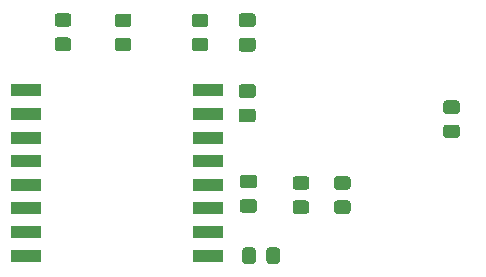
<source format=gbr>
%TF.GenerationSoftware,KiCad,Pcbnew,(5.1.8)-1*%
%TF.CreationDate,2020-11-22T08:19:10+01:00*%
%TF.ProjectId,leaky,6c65616b-792e-46b6-9963-61645f706362,rev?*%
%TF.SameCoordinates,Original*%
%TF.FileFunction,Paste,Top*%
%TF.FilePolarity,Positive*%
%FSLAX46Y46*%
G04 Gerber Fmt 4.6, Leading zero omitted, Abs format (unit mm)*
G04 Created by KiCad (PCBNEW (5.1.8)-1) date 2020-11-22 08:19:10*
%MOMM*%
%LPD*%
G01*
G04 APERTURE LIST*
%ADD10R,2.500000X1.100000*%
G04 APERTURE END LIST*
D10*
%TO.C,U2*%
X33000000Y-117900000D03*
X33000000Y-115900000D03*
X33000000Y-113900000D03*
X33000000Y-111900000D03*
X33000000Y-109900000D03*
X33000000Y-107900000D03*
X33000000Y-105900000D03*
X33000000Y-103900000D03*
X48400000Y-103900000D03*
X48400000Y-105900000D03*
X48400000Y-107900000D03*
X48400000Y-109900000D03*
X48400000Y-111900000D03*
X48400000Y-113900000D03*
X48400000Y-115900000D03*
X48400000Y-117900000D03*
%TD*%
%TO.C,C2*%
G36*
G01*
X52175000Y-98550000D02*
X51225000Y-98550000D01*
G75*
G02*
X50975000Y-98300000I0J250000D01*
G01*
X50975000Y-97625000D01*
G75*
G02*
X51225000Y-97375000I250000J0D01*
G01*
X52175000Y-97375000D01*
G75*
G02*
X52425000Y-97625000I0J-250000D01*
G01*
X52425000Y-98300000D01*
G75*
G02*
X52175000Y-98550000I-250000J0D01*
G01*
G37*
G36*
G01*
X52175000Y-100625000D02*
X51225000Y-100625000D01*
G75*
G02*
X50975000Y-100375000I0J250000D01*
G01*
X50975000Y-99700000D01*
G75*
G02*
X51225000Y-99450000I250000J0D01*
G01*
X52175000Y-99450000D01*
G75*
G02*
X52425000Y-99700000I0J-250000D01*
G01*
X52425000Y-100375000D01*
G75*
G02*
X52175000Y-100625000I-250000J0D01*
G01*
G37*
%TD*%
%TO.C,C3*%
G36*
G01*
X52275000Y-112212500D02*
X51325000Y-112212500D01*
G75*
G02*
X51075000Y-111962500I0J250000D01*
G01*
X51075000Y-111287500D01*
G75*
G02*
X51325000Y-111037500I250000J0D01*
G01*
X52275000Y-111037500D01*
G75*
G02*
X52525000Y-111287500I0J-250000D01*
G01*
X52525000Y-111962500D01*
G75*
G02*
X52275000Y-112212500I-250000J0D01*
G01*
G37*
G36*
G01*
X52275000Y-114287500D02*
X51325000Y-114287500D01*
G75*
G02*
X51075000Y-114037500I0J250000D01*
G01*
X51075000Y-113362500D01*
G75*
G02*
X51325000Y-113112500I250000J0D01*
G01*
X52275000Y-113112500D01*
G75*
G02*
X52525000Y-113362500I0J-250000D01*
G01*
X52525000Y-114037500D01*
G75*
G02*
X52275000Y-114287500I-250000J0D01*
G01*
G37*
%TD*%
%TO.C,C4*%
G36*
G01*
X51225000Y-103375000D02*
X52175000Y-103375000D01*
G75*
G02*
X52425000Y-103625000I0J-250000D01*
G01*
X52425000Y-104300000D01*
G75*
G02*
X52175000Y-104550000I-250000J0D01*
G01*
X51225000Y-104550000D01*
G75*
G02*
X50975000Y-104300000I0J250000D01*
G01*
X50975000Y-103625000D01*
G75*
G02*
X51225000Y-103375000I250000J0D01*
G01*
G37*
G36*
G01*
X51225000Y-105450000D02*
X52175000Y-105450000D01*
G75*
G02*
X52425000Y-105700000I0J-250000D01*
G01*
X52425000Y-106375000D01*
G75*
G02*
X52175000Y-106625000I-250000J0D01*
G01*
X51225000Y-106625000D01*
G75*
G02*
X50975000Y-106375000I0J250000D01*
G01*
X50975000Y-105700000D01*
G75*
G02*
X51225000Y-105450000I250000J0D01*
G01*
G37*
%TD*%
%TO.C,R1*%
G36*
G01*
X68549999Y-104750000D02*
X69450001Y-104750000D01*
G75*
G02*
X69700000Y-104999999I0J-249999D01*
G01*
X69700000Y-105650001D01*
G75*
G02*
X69450001Y-105900000I-249999J0D01*
G01*
X68549999Y-105900000D01*
G75*
G02*
X68300000Y-105650001I0J249999D01*
G01*
X68300000Y-104999999D01*
G75*
G02*
X68549999Y-104750000I249999J0D01*
G01*
G37*
G36*
G01*
X68549999Y-106800000D02*
X69450001Y-106800000D01*
G75*
G02*
X69700000Y-107049999I0J-249999D01*
G01*
X69700000Y-107700001D01*
G75*
G02*
X69450001Y-107950000I-249999J0D01*
G01*
X68549999Y-107950000D01*
G75*
G02*
X68300000Y-107700001I0J249999D01*
G01*
X68300000Y-107049999D01*
G75*
G02*
X68549999Y-106800000I249999J0D01*
G01*
G37*
%TD*%
%TO.C,R2*%
G36*
G01*
X59299999Y-111175000D02*
X60200001Y-111175000D01*
G75*
G02*
X60450000Y-111424999I0J-249999D01*
G01*
X60450000Y-112075001D01*
G75*
G02*
X60200001Y-112325000I-249999J0D01*
G01*
X59299999Y-112325000D01*
G75*
G02*
X59050000Y-112075001I0J249999D01*
G01*
X59050000Y-111424999D01*
G75*
G02*
X59299999Y-111175000I249999J0D01*
G01*
G37*
G36*
G01*
X59299999Y-113225000D02*
X60200001Y-113225000D01*
G75*
G02*
X60450000Y-113474999I0J-249999D01*
G01*
X60450000Y-114125001D01*
G75*
G02*
X60200001Y-114375000I-249999J0D01*
G01*
X59299999Y-114375000D01*
G75*
G02*
X59050000Y-114125001I0J249999D01*
G01*
X59050000Y-113474999D01*
G75*
G02*
X59299999Y-113225000I249999J0D01*
G01*
G37*
%TD*%
%TO.C,R3*%
G36*
G01*
X56700001Y-112325000D02*
X55799999Y-112325000D01*
G75*
G02*
X55550000Y-112075001I0J249999D01*
G01*
X55550000Y-111424999D01*
G75*
G02*
X55799999Y-111175000I249999J0D01*
G01*
X56700001Y-111175000D01*
G75*
G02*
X56950000Y-111424999I0J-249999D01*
G01*
X56950000Y-112075001D01*
G75*
G02*
X56700001Y-112325000I-249999J0D01*
G01*
G37*
G36*
G01*
X56700001Y-114375000D02*
X55799999Y-114375000D01*
G75*
G02*
X55550000Y-114125001I0J249999D01*
G01*
X55550000Y-113474999D01*
G75*
G02*
X55799999Y-113225000I249999J0D01*
G01*
X56700001Y-113225000D01*
G75*
G02*
X56950000Y-113474999I0J-249999D01*
G01*
X56950000Y-114125001D01*
G75*
G02*
X56700001Y-114375000I-249999J0D01*
G01*
G37*
%TD*%
%TO.C,R4*%
G36*
G01*
X53325000Y-118350001D02*
X53325000Y-117449999D01*
G75*
G02*
X53574999Y-117200000I249999J0D01*
G01*
X54225001Y-117200000D01*
G75*
G02*
X54475000Y-117449999I0J-249999D01*
G01*
X54475000Y-118350001D01*
G75*
G02*
X54225001Y-118600000I-249999J0D01*
G01*
X53574999Y-118600000D01*
G75*
G02*
X53325000Y-118350001I0J249999D01*
G01*
G37*
G36*
G01*
X51275000Y-118350001D02*
X51275000Y-117449999D01*
G75*
G02*
X51524999Y-117200000I249999J0D01*
G01*
X52175001Y-117200000D01*
G75*
G02*
X52425000Y-117449999I0J-249999D01*
G01*
X52425000Y-118350001D01*
G75*
G02*
X52175001Y-118600000I-249999J0D01*
G01*
X51524999Y-118600000D01*
G75*
G02*
X51275000Y-118350001I0J249999D01*
G01*
G37*
%TD*%
%TO.C,R5*%
G36*
G01*
X41650001Y-98550000D02*
X40749999Y-98550000D01*
G75*
G02*
X40500000Y-98300001I0J249999D01*
G01*
X40500000Y-97649999D01*
G75*
G02*
X40749999Y-97400000I249999J0D01*
G01*
X41650001Y-97400000D01*
G75*
G02*
X41900000Y-97649999I0J-249999D01*
G01*
X41900000Y-98300001D01*
G75*
G02*
X41650001Y-98550000I-249999J0D01*
G01*
G37*
G36*
G01*
X41650001Y-100600000D02*
X40749999Y-100600000D01*
G75*
G02*
X40500000Y-100350001I0J249999D01*
G01*
X40500000Y-99699999D01*
G75*
G02*
X40749999Y-99450000I249999J0D01*
G01*
X41650001Y-99450000D01*
G75*
G02*
X41900000Y-99699999I0J-249999D01*
G01*
X41900000Y-100350001D01*
G75*
G02*
X41650001Y-100600000I-249999J0D01*
G01*
G37*
%TD*%
%TO.C,R6*%
G36*
G01*
X48150001Y-100600000D02*
X47249999Y-100600000D01*
G75*
G02*
X47000000Y-100350001I0J249999D01*
G01*
X47000000Y-99699999D01*
G75*
G02*
X47249999Y-99450000I249999J0D01*
G01*
X48150001Y-99450000D01*
G75*
G02*
X48400000Y-99699999I0J-249999D01*
G01*
X48400000Y-100350001D01*
G75*
G02*
X48150001Y-100600000I-249999J0D01*
G01*
G37*
G36*
G01*
X48150001Y-98550000D02*
X47249999Y-98550000D01*
G75*
G02*
X47000000Y-98300001I0J249999D01*
G01*
X47000000Y-97649999D01*
G75*
G02*
X47249999Y-97400000I249999J0D01*
G01*
X48150001Y-97400000D01*
G75*
G02*
X48400000Y-97649999I0J-249999D01*
G01*
X48400000Y-98300001D01*
G75*
G02*
X48150001Y-98550000I-249999J0D01*
G01*
G37*
%TD*%
%TO.C,R7*%
G36*
G01*
X36550001Y-100575000D02*
X35649999Y-100575000D01*
G75*
G02*
X35400000Y-100325001I0J249999D01*
G01*
X35400000Y-99674999D01*
G75*
G02*
X35649999Y-99425000I249999J0D01*
G01*
X36550001Y-99425000D01*
G75*
G02*
X36800000Y-99674999I0J-249999D01*
G01*
X36800000Y-100325001D01*
G75*
G02*
X36550001Y-100575000I-249999J0D01*
G01*
G37*
G36*
G01*
X36550001Y-98525000D02*
X35649999Y-98525000D01*
G75*
G02*
X35400000Y-98275001I0J249999D01*
G01*
X35400000Y-97624999D01*
G75*
G02*
X35649999Y-97375000I249999J0D01*
G01*
X36550001Y-97375000D01*
G75*
G02*
X36800000Y-97624999I0J-249999D01*
G01*
X36800000Y-98275001D01*
G75*
G02*
X36550001Y-98525000I-249999J0D01*
G01*
G37*
%TD*%
M02*

</source>
